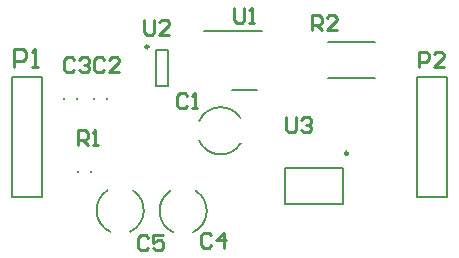
<source format=gto>
G04*
G04 #@! TF.GenerationSoftware,Altium Limited,Altium Designer,18.0.12 (696)*
G04*
G04 Layer_Color=65535*
%FSLAX25Y25*%
%MOIN*%
G70*
G01*
G75*
%ADD10C,0.00787*%
%ADD11C,0.00984*%
%ADD12C,0.01000*%
D10*
X192339Y153726D02*
G03*
X206140Y152768I7161J3274D01*
G01*
Y161232D02*
G03*
X192339Y160274I-6640J-4232D01*
G01*
X190274Y123181D02*
G03*
X191232Y136982I-3274J7161D01*
G01*
X182768D02*
G03*
X183726Y123181I4232J-6640D01*
G01*
X169274Y123339D02*
G03*
X170232Y137140I-3274J7161D01*
G01*
X161768D02*
G03*
X162726Y123339I4232J-6640D01*
G01*
X193894Y190382D02*
X213193D01*
X203153Y170658D02*
X211618D01*
X181968Y171898D02*
Y184102D01*
X178032Y171898D02*
Y184102D01*
Y171898D02*
X181968D01*
X178032Y184102D02*
X181968D01*
X157236Y167654D02*
Y168047D01*
X161764Y167654D02*
Y168047D01*
X147236Y167654D02*
Y168047D01*
X151764Y167654D02*
Y168047D01*
X235126Y186504D02*
X250874D01*
X235126Y174496D02*
X250874D01*
X151835Y143303D02*
Y143697D01*
X156165Y143303D02*
Y143697D01*
X265000Y175000D02*
X275000D01*
Y135000D02*
Y175000D01*
X265000Y135000D02*
Y175000D01*
Y135000D02*
X275000D01*
X220854Y132472D02*
Y144480D01*
Y132472D02*
X240146D01*
X220854Y144480D02*
X240146D01*
Y132472D02*
Y144480D01*
X130000Y135000D02*
X140000D01*
X130000D02*
Y175000D01*
X140000Y135000D02*
Y175000D01*
X130000D02*
X140000D01*
D11*
X175472Y184988D02*
G03*
X175472Y184988I-492J0D01*
G01*
X241937Y149500D02*
G03*
X241937Y149500I-492J0D01*
G01*
D12*
X221400Y161475D02*
Y157309D01*
X222233Y156476D01*
X223899D01*
X224732Y157309D01*
Y161475D01*
X226398Y160642D02*
X227231Y161475D01*
X228898D01*
X229731Y160642D01*
Y159809D01*
X228898Y158976D01*
X228064D01*
X228898D01*
X229731Y158142D01*
Y157309D01*
X228898Y156476D01*
X227231D01*
X226398Y157309D01*
X174000Y193998D02*
Y189833D01*
X174833Y189000D01*
X176499D01*
X177332Y189833D01*
Y193998D01*
X182331Y189000D02*
X178998D01*
X182331Y192332D01*
Y193165D01*
X181498Y193998D01*
X179831D01*
X178998Y193165D01*
X204000Y197998D02*
Y193833D01*
X204833Y193000D01*
X206499D01*
X207332Y193833D01*
Y197998D01*
X208998Y193000D02*
X210665D01*
X209831D01*
Y197998D01*
X208998Y197165D01*
X229900Y190500D02*
Y195498D01*
X232399D01*
X233232Y194665D01*
Y192999D01*
X232399Y192166D01*
X229900D01*
X231566D02*
X233232Y190500D01*
X238231D02*
X234898D01*
X238231Y193832D01*
Y194665D01*
X237398Y195498D01*
X235731D01*
X234898Y194665D01*
X151900Y152146D02*
Y157145D01*
X154399D01*
X155232Y156312D01*
Y154646D01*
X154399Y153813D01*
X151900D01*
X153566D02*
X155232Y152146D01*
X156898D02*
X158564D01*
X157731D01*
Y157145D01*
X156898Y156312D01*
X265600Y178400D02*
Y183398D01*
X268099D01*
X268932Y182565D01*
Y180899D01*
X268099Y180066D01*
X265600D01*
X273931Y178400D02*
X270598D01*
X273931Y181732D01*
Y182565D01*
X273098Y183398D01*
X271431D01*
X270598Y182565D01*
X130650Y178350D02*
Y184348D01*
X133649D01*
X134649Y183348D01*
Y181349D01*
X133649Y180349D01*
X130650D01*
X136648Y178350D02*
X138647D01*
X137648D01*
Y184348D01*
X136648Y183348D01*
X175332Y121323D02*
X174499Y122156D01*
X172833D01*
X172000Y121323D01*
Y117991D01*
X172833Y117157D01*
X174499D01*
X175332Y117991D01*
X180331Y122156D02*
X176998D01*
Y119657D01*
X178665Y120490D01*
X179498D01*
X180331Y119657D01*
Y117991D01*
X179498Y117157D01*
X177831D01*
X176998Y117991D01*
X196332Y122165D02*
X195499Y122998D01*
X193833D01*
X193000Y122165D01*
Y118833D01*
X193833Y118000D01*
X195499D01*
X196332Y118833D01*
X200498Y118000D02*
Y122998D01*
X197998Y120499D01*
X201331D01*
X150632Y180665D02*
X149799Y181498D01*
X148133D01*
X147300Y180665D01*
Y177333D01*
X148133Y176500D01*
X149799D01*
X150632Y177333D01*
X152298Y180665D02*
X153131Y181498D01*
X154798D01*
X155631Y180665D01*
Y179832D01*
X154798Y178999D01*
X153964D01*
X154798D01*
X155631Y178166D01*
Y177333D01*
X154798Y176500D01*
X153131D01*
X152298Y177333D01*
X160632Y180665D02*
X159799Y181498D01*
X158133D01*
X157300Y180665D01*
Y177333D01*
X158133Y176500D01*
X159799D01*
X160632Y177333D01*
X165631Y176500D02*
X162298D01*
X165631Y179832D01*
Y180665D01*
X164798Y181498D01*
X163131D01*
X162298Y180665D01*
X188332Y168665D02*
X187499Y169498D01*
X185833D01*
X185000Y168665D01*
Y165333D01*
X185833Y164500D01*
X187499D01*
X188332Y165333D01*
X189998Y164500D02*
X191665D01*
X190831D01*
Y169498D01*
X189998Y168665D01*
M02*

</source>
